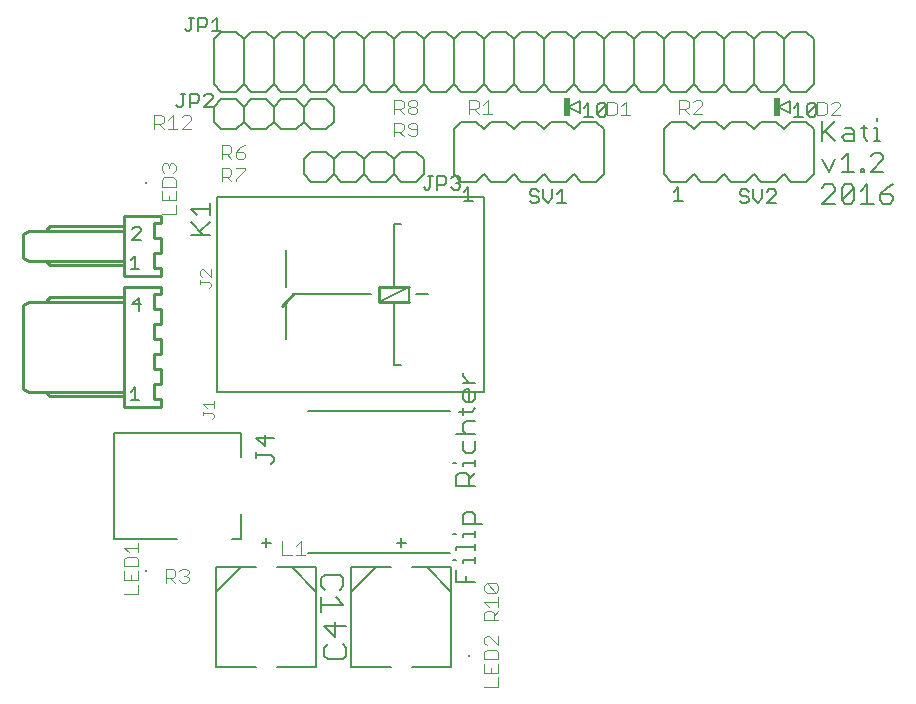
<source format=gbr>
G75*
%MOIN*%
%OFA0B0*%
%FSLAX25Y25*%
%IPPOS*%
%LPD*%
%AMOC8*
5,1,8,0,0,1.08239X$1,22.5*
%
%ADD10C,0.00600*%
%ADD11C,0.00800*%
%ADD12C,0.00500*%
%ADD13C,0.01000*%
%ADD14C,0.00700*%
%ADD15C,0.00400*%
%ADD16R,0.00787X0.00787*%
%ADD17R,0.02400X0.06200*%
D10*
X0065800Y0071734D02*
X0079000Y0071734D01*
X0086000Y0071734D02*
X0099200Y0071734D01*
X0099200Y0105134D01*
X0086000Y0105134D01*
X0090900Y0105134D02*
X0099200Y0096834D01*
X0110800Y0096834D02*
X0119100Y0105134D01*
X0110800Y0105134D01*
X0110800Y0071734D01*
X0124000Y0071734D01*
X0131000Y0071734D02*
X0144200Y0071734D01*
X0144200Y0105134D01*
X0131000Y0105134D01*
X0135900Y0105134D02*
X0144200Y0096834D01*
X0145795Y0099984D02*
X0145795Y0104254D01*
X0147930Y0106429D02*
X0147930Y0107497D01*
X0152200Y0107497D01*
X0152200Y0108564D02*
X0152200Y0106429D01*
X0152200Y0110726D02*
X0152200Y0112861D01*
X0152200Y0111794D02*
X0145795Y0111794D01*
X0145795Y0110726D01*
X0145795Y0107497D02*
X0144727Y0107497D01*
X0148997Y0102119D02*
X0148997Y0099984D01*
X0145795Y0099984D02*
X0152200Y0099984D01*
X0152200Y0115023D02*
X0152200Y0117158D01*
X0152200Y0116091D02*
X0147930Y0116091D01*
X0147930Y0115023D01*
X0145795Y0116091D02*
X0144727Y0116091D01*
X0147930Y0119320D02*
X0147930Y0122523D01*
X0148997Y0123590D01*
X0151132Y0123590D01*
X0152200Y0122523D01*
X0152200Y0119320D01*
X0154335Y0119320D02*
X0147930Y0119320D01*
X0150065Y0132211D02*
X0150065Y0135414D01*
X0148997Y0136481D01*
X0146862Y0136481D01*
X0145795Y0135414D01*
X0145795Y0132211D01*
X0152200Y0132211D01*
X0150065Y0134346D02*
X0152200Y0136481D01*
X0152200Y0138657D02*
X0152200Y0140792D01*
X0152200Y0139724D02*
X0147930Y0139724D01*
X0147930Y0138657D01*
X0145795Y0139724D02*
X0144727Y0139724D01*
X0148997Y0142954D02*
X0151132Y0142954D01*
X0152200Y0144021D01*
X0152200Y0147224D01*
X0152200Y0149399D02*
X0145795Y0149399D01*
X0147930Y0150467D02*
X0147930Y0152602D01*
X0148997Y0153669D01*
X0152200Y0153669D01*
X0151132Y0156912D02*
X0152200Y0157980D01*
X0151132Y0156912D02*
X0146862Y0156912D01*
X0147930Y0155845D02*
X0147930Y0157980D01*
X0148997Y0160142D02*
X0147930Y0161209D01*
X0147930Y0163344D01*
X0148997Y0164412D01*
X0150065Y0164412D01*
X0150065Y0160142D01*
X0151132Y0160142D02*
X0148997Y0160142D01*
X0151132Y0160142D02*
X0152200Y0161209D01*
X0152200Y0163344D01*
X0155000Y0163434D02*
X0155000Y0228434D01*
X0066000Y0228434D01*
X0066000Y0163434D01*
X0155000Y0163434D01*
X0152200Y0166587D02*
X0147930Y0166587D01*
X0150065Y0166587D02*
X0147930Y0168722D01*
X0147930Y0169790D01*
X0147930Y0150467D02*
X0148997Y0149399D01*
X0147930Y0147224D02*
X0147930Y0144021D01*
X0148997Y0142954D01*
X0127500Y0114634D02*
X0127500Y0111634D01*
X0129000Y0113134D02*
X0126000Y0113134D01*
X0124000Y0105134D02*
X0119100Y0105134D01*
X0084000Y0113134D02*
X0081000Y0113134D01*
X0082500Y0111634D02*
X0082500Y0114634D01*
X0079000Y0105134D02*
X0074100Y0105134D01*
X0065800Y0096834D01*
X0065800Y0105134D02*
X0065800Y0071734D01*
X0065800Y0105134D02*
X0074100Y0105134D01*
X0125000Y0172434D02*
X0125000Y0193434D01*
X0125000Y0198434D02*
X0125000Y0219434D01*
X0127500Y0219434D01*
X0127500Y0233434D02*
X0132500Y0233434D01*
X0135000Y0235934D01*
X0135000Y0240934D01*
X0132500Y0243434D01*
X0127500Y0243434D01*
X0125000Y0240934D01*
X0125000Y0235934D01*
X0127500Y0233434D01*
X0125000Y0235934D02*
X0122500Y0233434D01*
X0117500Y0233434D01*
X0115000Y0235934D01*
X0112500Y0233434D01*
X0107500Y0233434D01*
X0105000Y0235934D01*
X0102500Y0233434D01*
X0097500Y0233434D01*
X0095000Y0235934D01*
X0095000Y0240934D01*
X0097500Y0243434D01*
X0102500Y0243434D01*
X0105000Y0240934D01*
X0107500Y0243434D01*
X0112500Y0243434D01*
X0115000Y0240934D01*
X0115000Y0235934D01*
X0115000Y0240934D02*
X0117500Y0243434D01*
X0122500Y0243434D01*
X0125000Y0240934D01*
X0145000Y0235934D02*
X0147500Y0233434D01*
X0152500Y0233434D01*
X0155000Y0235934D01*
X0157500Y0233434D01*
X0162500Y0233434D01*
X0165000Y0235934D01*
X0167500Y0233434D01*
X0172500Y0233434D01*
X0175000Y0235934D01*
X0177500Y0233434D01*
X0182500Y0233434D01*
X0185000Y0235934D01*
X0187500Y0233434D01*
X0192500Y0233434D01*
X0195000Y0235934D01*
X0195000Y0250934D01*
X0192500Y0253434D01*
X0187500Y0253434D01*
X0185000Y0250934D01*
X0182500Y0253434D01*
X0177500Y0253434D01*
X0175000Y0250934D01*
X0172500Y0253434D01*
X0167500Y0253434D01*
X0165000Y0250934D01*
X0162500Y0253434D01*
X0157500Y0253434D01*
X0155000Y0250934D01*
X0152500Y0253434D01*
X0147500Y0253434D01*
X0145000Y0250934D01*
X0145000Y0235934D01*
X0142500Y0263434D02*
X0137500Y0263434D01*
X0135000Y0265934D01*
X0135000Y0280934D01*
X0137500Y0283434D01*
X0142500Y0283434D01*
X0145000Y0280934D01*
X0145000Y0265934D01*
X0142500Y0263434D01*
X0145000Y0265934D02*
X0147500Y0263434D01*
X0152500Y0263434D01*
X0155000Y0265934D01*
X0155000Y0280934D01*
X0157500Y0283434D01*
X0162500Y0283434D01*
X0165000Y0280934D01*
X0165000Y0265934D01*
X0162500Y0263434D01*
X0157500Y0263434D01*
X0155000Y0265934D01*
X0165000Y0265934D02*
X0167500Y0263434D01*
X0172500Y0263434D01*
X0175000Y0265934D01*
X0175000Y0280934D01*
X0177500Y0283434D01*
X0182500Y0283434D01*
X0185000Y0280934D01*
X0185000Y0265934D01*
X0182500Y0263434D01*
X0177500Y0263434D01*
X0175000Y0265934D01*
X0185000Y0265934D02*
X0187500Y0263434D01*
X0192500Y0263434D01*
X0195000Y0265934D01*
X0195000Y0280934D01*
X0197500Y0283434D01*
X0202500Y0283434D01*
X0205000Y0280934D01*
X0205000Y0265934D01*
X0202500Y0263434D01*
X0197500Y0263434D01*
X0195000Y0265934D01*
X0205000Y0265934D02*
X0207500Y0263434D01*
X0212500Y0263434D01*
X0215000Y0265934D01*
X0215000Y0280934D01*
X0217500Y0283434D01*
X0222500Y0283434D01*
X0225000Y0280934D01*
X0225000Y0265934D01*
X0222500Y0263434D01*
X0217500Y0263434D01*
X0215000Y0265934D01*
X0225000Y0265934D02*
X0227500Y0263434D01*
X0232500Y0263434D01*
X0235000Y0265934D01*
X0235000Y0280934D01*
X0237500Y0283434D01*
X0242500Y0283434D01*
X0245000Y0280934D01*
X0245000Y0265934D01*
X0242500Y0263434D01*
X0237500Y0263434D01*
X0235000Y0265934D01*
X0245000Y0265934D02*
X0247500Y0263434D01*
X0252500Y0263434D01*
X0255000Y0265934D01*
X0257500Y0263434D01*
X0262500Y0263434D01*
X0265000Y0265934D01*
X0265000Y0280934D01*
X0262500Y0283434D01*
X0257500Y0283434D01*
X0255000Y0280934D01*
X0255000Y0265934D01*
X0252500Y0253434D02*
X0247500Y0253434D01*
X0245000Y0250934D01*
X0242500Y0253434D01*
X0237500Y0253434D01*
X0235000Y0250934D01*
X0232500Y0253434D01*
X0227500Y0253434D01*
X0225000Y0250934D01*
X0222500Y0253434D01*
X0217500Y0253434D01*
X0215000Y0250934D01*
X0215000Y0235934D01*
X0217500Y0233434D01*
X0222500Y0233434D01*
X0225000Y0235934D01*
X0227500Y0233434D01*
X0232500Y0233434D01*
X0235000Y0235934D01*
X0237500Y0233434D01*
X0242500Y0233434D01*
X0245000Y0235934D01*
X0247500Y0233434D01*
X0252500Y0233434D01*
X0255000Y0235934D01*
X0257500Y0233434D01*
X0262500Y0233434D01*
X0265000Y0235934D01*
X0265000Y0250934D01*
X0262500Y0253434D01*
X0257500Y0253434D01*
X0255000Y0250934D01*
X0252500Y0253434D01*
X0267800Y0253639D02*
X0267800Y0247234D01*
X0267800Y0249369D02*
X0272070Y0253639D01*
X0275313Y0251504D02*
X0277448Y0251504D01*
X0278516Y0250436D01*
X0278516Y0247234D01*
X0275313Y0247234D01*
X0274245Y0248301D01*
X0275313Y0249369D01*
X0278516Y0249369D01*
X0280691Y0251504D02*
X0282826Y0251504D01*
X0281759Y0252571D02*
X0281759Y0248301D01*
X0282826Y0247234D01*
X0284988Y0247234D02*
X0287123Y0247234D01*
X0286056Y0247234D02*
X0286056Y0251504D01*
X0284988Y0251504D01*
X0286056Y0253639D02*
X0286056Y0254707D01*
X0287116Y0243139D02*
X0284981Y0243139D01*
X0283914Y0242071D01*
X0287116Y0243139D02*
X0288184Y0242071D01*
X0288184Y0241004D01*
X0283914Y0236734D01*
X0288184Y0236734D01*
X0291407Y0232639D02*
X0289272Y0231571D01*
X0287136Y0229436D01*
X0290339Y0229436D01*
X0291407Y0228369D01*
X0291407Y0227301D01*
X0290339Y0226234D01*
X0288204Y0226234D01*
X0287136Y0227301D01*
X0287136Y0229436D01*
X0284961Y0226234D02*
X0280691Y0226234D01*
X0282826Y0226234D02*
X0282826Y0232639D01*
X0280691Y0230504D01*
X0278516Y0231571D02*
X0278516Y0227301D01*
X0277448Y0226234D01*
X0275313Y0226234D01*
X0274245Y0227301D01*
X0278516Y0231571D01*
X0277448Y0232639D01*
X0275313Y0232639D01*
X0274245Y0231571D01*
X0274245Y0227301D01*
X0272070Y0226234D02*
X0267800Y0226234D01*
X0272070Y0230504D01*
X0272070Y0231571D01*
X0271003Y0232639D01*
X0268868Y0232639D01*
X0267800Y0231571D01*
X0269935Y0236734D02*
X0272070Y0241004D01*
X0274245Y0241004D02*
X0276381Y0243139D01*
X0276381Y0236734D01*
X0278516Y0236734D02*
X0274245Y0236734D01*
X0269935Y0236734D02*
X0267800Y0241004D01*
X0272070Y0247234D02*
X0268868Y0250436D01*
X0280691Y0237801D02*
X0281759Y0237801D01*
X0281759Y0236734D01*
X0280691Y0236734D01*
X0280691Y0237801D01*
X0255000Y0280934D02*
X0252500Y0283434D01*
X0247500Y0283434D01*
X0245000Y0280934D01*
X0235000Y0280934D02*
X0232500Y0283434D01*
X0227500Y0283434D01*
X0225000Y0280934D01*
X0215000Y0280934D02*
X0212500Y0283434D01*
X0207500Y0283434D01*
X0205000Y0280934D01*
X0195000Y0280934D02*
X0192500Y0283434D01*
X0187500Y0283434D01*
X0185000Y0280934D01*
X0175000Y0280934D02*
X0172500Y0283434D01*
X0167500Y0283434D01*
X0165000Y0280934D01*
X0155000Y0280934D02*
X0152500Y0283434D01*
X0147500Y0283434D01*
X0145000Y0280934D01*
X0135000Y0280934D02*
X0132500Y0283434D01*
X0127500Y0283434D01*
X0125000Y0280934D01*
X0125000Y0265934D01*
X0127500Y0263434D01*
X0132500Y0263434D01*
X0135000Y0265934D01*
X0125000Y0265934D02*
X0122500Y0263434D01*
X0117500Y0263434D01*
X0115000Y0265934D01*
X0115000Y0280934D01*
X0117500Y0283434D01*
X0122500Y0283434D01*
X0125000Y0280934D01*
X0115000Y0280934D02*
X0112500Y0283434D01*
X0107500Y0283434D01*
X0105000Y0280934D01*
X0105000Y0265934D01*
X0107500Y0263434D01*
X0112500Y0263434D01*
X0115000Y0265934D01*
X0105000Y0265934D02*
X0102500Y0263434D01*
X0097500Y0263434D01*
X0095000Y0265934D01*
X0095000Y0280934D01*
X0097500Y0283434D01*
X0102500Y0283434D01*
X0105000Y0280934D01*
X0095000Y0280934D02*
X0092500Y0283434D01*
X0087500Y0283434D01*
X0085000Y0280934D01*
X0085000Y0265934D01*
X0087500Y0263434D01*
X0092500Y0263434D01*
X0095000Y0265934D01*
X0092500Y0260934D02*
X0095000Y0258434D01*
X0097500Y0260934D01*
X0102500Y0260934D01*
X0105000Y0258434D01*
X0105000Y0253434D01*
X0102500Y0250934D01*
X0097500Y0250934D01*
X0095000Y0253434D01*
X0092500Y0250934D01*
X0087500Y0250934D01*
X0085000Y0253434D01*
X0082500Y0250934D01*
X0077500Y0250934D01*
X0075000Y0253434D01*
X0072500Y0250934D01*
X0067500Y0250934D01*
X0065000Y0253434D01*
X0065000Y0258434D01*
X0067500Y0260934D01*
X0072500Y0260934D01*
X0075000Y0258434D01*
X0077500Y0260934D01*
X0082500Y0260934D01*
X0085000Y0258434D01*
X0085000Y0253434D01*
X0085000Y0258434D02*
X0087500Y0260934D01*
X0092500Y0260934D01*
X0095000Y0258434D02*
X0095000Y0253434D01*
X0082500Y0263434D02*
X0085000Y0265934D01*
X0082500Y0263434D02*
X0077500Y0263434D01*
X0075000Y0265934D01*
X0075000Y0280934D01*
X0077500Y0283434D01*
X0082500Y0283434D01*
X0085000Y0280934D01*
X0075000Y0280934D02*
X0072500Y0283434D01*
X0067500Y0283434D01*
X0065000Y0280934D01*
X0065000Y0265934D01*
X0067500Y0263434D01*
X0072500Y0263434D01*
X0075000Y0265934D01*
X0075000Y0258434D02*
X0075000Y0253434D01*
X0105000Y0240934D02*
X0105000Y0235934D01*
X0089000Y0210734D02*
X0089000Y0198434D01*
X0091500Y0195934D02*
X0117500Y0195934D01*
X0120000Y0193434D02*
X0130000Y0198434D01*
X0130000Y0193434D01*
X0132500Y0195934D02*
X0136500Y0195934D01*
X0127500Y0172434D02*
X0125000Y0172434D01*
X0089000Y0181234D02*
X0089000Y0193434D01*
D11*
X0073937Y0149900D02*
X0073937Y0141632D01*
X0073937Y0149900D02*
X0031811Y0149900D01*
X0031811Y0114467D01*
X0052677Y0114467D01*
X0071181Y0114467D02*
X0073937Y0114467D01*
X0073937Y0122735D01*
X0100800Y0101299D02*
X0100800Y0098830D01*
X0102034Y0097596D01*
X0100800Y0094983D02*
X0100800Y0090046D01*
X0100800Y0092514D02*
X0108206Y0092514D01*
X0105738Y0094983D01*
X0106972Y0097596D02*
X0108206Y0098830D01*
X0108206Y0101299D01*
X0106972Y0102534D01*
X0102034Y0102534D01*
X0100800Y0101299D01*
X0105497Y0086822D02*
X0105497Y0081884D01*
X0101794Y0085587D01*
X0109200Y0085587D01*
X0107966Y0079271D02*
X0109200Y0078037D01*
X0109200Y0075568D01*
X0107966Y0074334D01*
X0103028Y0074334D01*
X0101794Y0075568D01*
X0101794Y0078037D01*
X0103028Y0079271D01*
X0186969Y0256465D02*
X0186969Y0260402D01*
X0183031Y0258434D01*
X0186969Y0256465D01*
X0253031Y0258434D02*
X0256969Y0256465D01*
X0256969Y0260402D01*
X0253031Y0258434D01*
D12*
X0258250Y0258186D02*
X0259751Y0259687D01*
X0259751Y0255184D01*
X0258250Y0255184D02*
X0261253Y0255184D01*
X0262854Y0255934D02*
X0262854Y0258937D01*
X0263605Y0259687D01*
X0265106Y0259687D01*
X0265856Y0258937D01*
X0262854Y0255934D01*
X0263605Y0255184D01*
X0265106Y0255184D01*
X0265856Y0255934D01*
X0265856Y0258937D01*
X0251710Y0230937D02*
X0250208Y0230937D01*
X0249458Y0230187D01*
X0247856Y0230937D02*
X0247856Y0227935D01*
X0246355Y0226434D01*
X0244854Y0227935D01*
X0244854Y0230937D01*
X0243253Y0230187D02*
X0242502Y0230937D01*
X0241001Y0230937D01*
X0240250Y0230187D01*
X0240250Y0229436D01*
X0241001Y0228685D01*
X0242502Y0228685D01*
X0243253Y0227935D01*
X0243253Y0227184D01*
X0242502Y0226434D01*
X0241001Y0226434D01*
X0240250Y0227184D01*
X0249458Y0226434D02*
X0252460Y0229436D01*
X0252460Y0230187D01*
X0251710Y0230937D01*
X0252460Y0226434D02*
X0249458Y0226434D01*
X0221253Y0227184D02*
X0218250Y0227184D01*
X0219751Y0227184D02*
X0219751Y0231687D01*
X0218250Y0230186D01*
X0195106Y0255184D02*
X0193605Y0255184D01*
X0192854Y0255934D01*
X0195856Y0258937D01*
X0195856Y0255934D01*
X0195106Y0255184D01*
X0192854Y0255934D02*
X0192854Y0258937D01*
X0193605Y0259687D01*
X0195106Y0259687D01*
X0195856Y0258937D01*
X0191253Y0255184D02*
X0188250Y0255184D01*
X0189751Y0255184D02*
X0189751Y0259687D01*
X0188250Y0258186D01*
X0180959Y0230937D02*
X0180959Y0226434D01*
X0179458Y0226434D02*
X0182460Y0226434D01*
X0179458Y0229436D02*
X0180959Y0230937D01*
X0177856Y0230937D02*
X0177856Y0227935D01*
X0176355Y0226434D01*
X0174854Y0227935D01*
X0174854Y0230937D01*
X0173253Y0230187D02*
X0172502Y0230937D01*
X0171001Y0230937D01*
X0170250Y0230187D01*
X0170250Y0229436D01*
X0171001Y0228685D01*
X0172502Y0228685D01*
X0173253Y0227935D01*
X0173253Y0227184D01*
X0172502Y0226434D01*
X0171001Y0226434D01*
X0170250Y0227184D01*
X0151253Y0227184D02*
X0148250Y0227184D01*
X0149751Y0227184D02*
X0149751Y0231687D01*
X0148250Y0230186D01*
X0147160Y0231634D02*
X0146410Y0230884D01*
X0144908Y0230884D01*
X0144158Y0231634D01*
X0145659Y0233135D02*
X0146410Y0233135D01*
X0147160Y0232385D01*
X0147160Y0231634D01*
X0146410Y0233135D02*
X0147160Y0233886D01*
X0147160Y0234637D01*
X0146410Y0235387D01*
X0144908Y0235387D01*
X0144158Y0234637D01*
X0142556Y0234637D02*
X0142556Y0233135D01*
X0141806Y0232385D01*
X0139554Y0232385D01*
X0139554Y0230884D02*
X0139554Y0235387D01*
X0141806Y0235387D01*
X0142556Y0234637D01*
X0137953Y0235387D02*
X0136451Y0235387D01*
X0137202Y0235387D02*
X0137202Y0231634D01*
X0136451Y0230884D01*
X0135701Y0230884D01*
X0134950Y0231634D01*
X0067460Y0283684D02*
X0064458Y0283684D01*
X0065959Y0283684D02*
X0065959Y0288187D01*
X0064458Y0286686D01*
X0062856Y0287437D02*
X0062856Y0285935D01*
X0062106Y0285185D01*
X0059854Y0285185D01*
X0059854Y0283684D02*
X0059854Y0288187D01*
X0062106Y0288187D01*
X0062856Y0287437D01*
X0058253Y0288187D02*
X0056751Y0288187D01*
X0057502Y0288187D02*
X0057502Y0284434D01*
X0056751Y0283684D01*
X0056001Y0283684D01*
X0055250Y0284434D01*
X0055453Y0262887D02*
X0053951Y0262887D01*
X0054702Y0262887D02*
X0054702Y0259134D01*
X0053951Y0258384D01*
X0053201Y0258384D01*
X0052450Y0259134D01*
X0057054Y0258384D02*
X0057054Y0262887D01*
X0059306Y0262887D01*
X0060056Y0262137D01*
X0060056Y0260635D01*
X0059306Y0259885D01*
X0057054Y0259885D01*
X0061658Y0258384D02*
X0064660Y0261386D01*
X0064660Y0262137D01*
X0063910Y0262887D01*
X0062408Y0262887D01*
X0061658Y0262137D01*
X0061658Y0258384D02*
X0064660Y0258384D01*
X0096378Y0157056D02*
X0143622Y0157056D01*
X0143622Y0109812D02*
X0096378Y0109812D01*
X0083916Y0139397D02*
X0084900Y0140382D01*
X0084900Y0141366D01*
X0083916Y0142350D01*
X0078995Y0142350D01*
X0078995Y0141366D02*
X0078995Y0143334D01*
X0081947Y0145291D02*
X0081947Y0149227D01*
X0078995Y0148243D02*
X0081947Y0145291D01*
X0078995Y0148243D02*
X0084900Y0148243D01*
D13*
X0047500Y0158434D02*
X0047500Y0160934D01*
X0045000Y0160934D01*
X0045000Y0165934D01*
X0047500Y0165934D01*
X0047500Y0170934D01*
X0045000Y0170934D01*
X0045000Y0175934D01*
X0047500Y0175934D01*
X0047500Y0180934D01*
X0045000Y0180934D01*
X0045000Y0185934D01*
X0047500Y0185934D01*
X0047500Y0190934D01*
X0045000Y0190934D01*
X0045000Y0195934D01*
X0047500Y0195934D01*
X0047500Y0198434D01*
X0035000Y0198434D01*
X0035000Y0194934D01*
X0010500Y0194934D01*
X0009100Y0193634D01*
X0003500Y0193434D02*
X0001500Y0192434D01*
X0001500Y0178234D01*
X0001500Y0178634D02*
X0001500Y0164434D01*
X0003500Y0163434D01*
X0035000Y0163434D01*
X0035000Y0158434D01*
X0047500Y0158434D01*
X0035000Y0161934D02*
X0010500Y0161934D01*
X0009100Y0163234D01*
X0035000Y0163434D02*
X0035000Y0194934D01*
X0035000Y0193434D02*
X0003500Y0193434D01*
X0003500Y0207184D02*
X0001500Y0208184D01*
X0001500Y0212384D01*
X0001500Y0211984D01*
X0001500Y0212384D02*
X0001500Y0216184D01*
X0003500Y0217184D01*
X0035000Y0217184D01*
X0035000Y0218684D02*
X0010500Y0218684D01*
X0009100Y0217384D01*
X0009100Y0206984D02*
X0010500Y0205684D01*
X0035000Y0205684D01*
X0035000Y0207184D02*
X0003500Y0207184D01*
X0035000Y0207184D02*
X0035000Y0202184D01*
X0047500Y0202184D01*
X0047500Y0204684D01*
X0045000Y0204684D01*
X0045000Y0209684D01*
X0047500Y0209684D01*
X0047500Y0214684D01*
X0045000Y0214684D01*
X0045000Y0219684D01*
X0047500Y0219684D01*
X0047500Y0222184D01*
X0035000Y0222184D01*
X0035000Y0218684D01*
X0035000Y0207184D01*
X0087700Y0192234D02*
X0089000Y0193434D01*
X0091500Y0195934D01*
X0120000Y0198434D02*
X0120000Y0193434D01*
X0125000Y0193434D01*
X0130000Y0193434D01*
X0130000Y0198434D02*
X0125000Y0198434D01*
X0120000Y0198434D01*
D14*
X0063650Y0215893D02*
X0057345Y0215893D01*
X0060497Y0216943D02*
X0063650Y0220096D01*
X0063650Y0222338D02*
X0063650Y0226542D01*
X0063650Y0224440D02*
X0057345Y0224440D01*
X0059446Y0222338D01*
X0057345Y0220096D02*
X0061548Y0215893D01*
X0040721Y0217109D02*
X0040721Y0217826D01*
X0040004Y0218543D01*
X0038569Y0218543D01*
X0037852Y0217826D01*
X0040721Y0217109D02*
X0037852Y0214239D01*
X0040721Y0214239D01*
X0038787Y0208743D02*
X0038787Y0204439D01*
X0040221Y0204439D02*
X0037352Y0204439D01*
X0037352Y0207309D02*
X0038787Y0208743D01*
X0040004Y0194793D02*
X0037852Y0192641D01*
X0040721Y0192641D01*
X0040004Y0190489D02*
X0040004Y0194793D01*
X0038787Y0164993D02*
X0038787Y0160689D01*
X0040221Y0160689D02*
X0037352Y0160689D01*
X0037352Y0163559D02*
X0038787Y0164993D01*
D15*
X0061553Y0159374D02*
X0065156Y0159374D01*
X0065156Y0158173D02*
X0065156Y0160575D01*
X0062754Y0158173D02*
X0061553Y0159374D01*
X0061553Y0156891D02*
X0061553Y0155690D01*
X0061553Y0156291D02*
X0064555Y0156291D01*
X0065156Y0155690D01*
X0065156Y0155090D01*
X0064555Y0154489D01*
X0087857Y0113769D02*
X0087857Y0109165D01*
X0090927Y0109165D01*
X0092461Y0109165D02*
X0095531Y0109165D01*
X0093996Y0109165D02*
X0093996Y0113769D01*
X0092461Y0112234D01*
X0056623Y0103720D02*
X0056623Y0102953D01*
X0055856Y0102186D01*
X0056623Y0101418D01*
X0056623Y0100651D01*
X0055856Y0099884D01*
X0054321Y0099884D01*
X0053554Y0100651D01*
X0052019Y0099884D02*
X0050485Y0101418D01*
X0051252Y0101418D02*
X0048950Y0101418D01*
X0048950Y0099884D02*
X0048950Y0104487D01*
X0051252Y0104487D01*
X0052019Y0103720D01*
X0052019Y0102186D01*
X0051252Y0101418D01*
X0053554Y0103720D02*
X0054321Y0104487D01*
X0055856Y0104487D01*
X0056623Y0103720D01*
X0055856Y0102186D02*
X0055089Y0102186D01*
X0039800Y0100737D02*
X0039800Y0103807D01*
X0039800Y0105341D02*
X0039800Y0107643D01*
X0039033Y0108411D01*
X0035963Y0108411D01*
X0035196Y0107643D01*
X0035196Y0105341D01*
X0039800Y0105341D01*
X0037498Y0102272D02*
X0037498Y0100737D01*
X0035196Y0100737D02*
X0035196Y0103807D01*
X0035196Y0100737D02*
X0039800Y0100737D01*
X0039800Y0099203D02*
X0039800Y0096134D01*
X0035196Y0096134D01*
X0036731Y0109945D02*
X0035196Y0111480D01*
X0039800Y0111480D01*
X0039800Y0109945D02*
X0039800Y0113015D01*
X0063305Y0198239D02*
X0063906Y0198840D01*
X0063906Y0199440D01*
X0063305Y0200041D01*
X0060303Y0200041D01*
X0060303Y0200641D02*
X0060303Y0199440D01*
X0060903Y0201923D02*
X0060303Y0202523D01*
X0060303Y0203724D01*
X0060903Y0204325D01*
X0061504Y0204325D01*
X0063906Y0201923D01*
X0063906Y0204325D01*
X0052300Y0222718D02*
X0047696Y0222718D01*
X0047696Y0227322D02*
X0052300Y0227322D01*
X0052300Y0230391D01*
X0052300Y0231926D02*
X0052300Y0234228D01*
X0051533Y0234995D01*
X0048463Y0234995D01*
X0047696Y0234228D01*
X0047696Y0231926D01*
X0052300Y0231926D01*
X0049998Y0228856D02*
X0049998Y0227322D01*
X0047696Y0227322D02*
X0047696Y0230391D01*
X0048463Y0236530D02*
X0047696Y0237297D01*
X0047696Y0238832D01*
X0048463Y0239599D01*
X0049231Y0239599D01*
X0049998Y0238832D01*
X0050765Y0239599D01*
X0051533Y0239599D01*
X0052300Y0238832D01*
X0052300Y0237297D01*
X0051533Y0236530D01*
X0049998Y0238064D02*
X0049998Y0238832D01*
X0049804Y0251134D02*
X0052873Y0251134D01*
X0051339Y0251134D02*
X0051339Y0255737D01*
X0049804Y0254203D01*
X0048269Y0254970D02*
X0048269Y0253436D01*
X0047502Y0252668D01*
X0045200Y0252668D01*
X0045200Y0251134D02*
X0045200Y0255737D01*
X0047502Y0255737D01*
X0048269Y0254970D01*
X0046735Y0252668D02*
X0048269Y0251134D01*
X0054408Y0251134D02*
X0057477Y0254203D01*
X0057477Y0254970D01*
X0056710Y0255737D01*
X0055175Y0255737D01*
X0054408Y0254970D01*
X0054408Y0251134D02*
X0057477Y0251134D01*
X0067700Y0245737D02*
X0067700Y0241134D01*
X0067700Y0242668D02*
X0070002Y0242668D01*
X0070769Y0243436D01*
X0070769Y0244970D01*
X0070002Y0245737D01*
X0067700Y0245737D01*
X0069235Y0242668D02*
X0070769Y0241134D01*
X0072304Y0241901D02*
X0073071Y0241134D01*
X0074606Y0241134D01*
X0075373Y0241901D01*
X0075373Y0242668D01*
X0074606Y0243436D01*
X0072304Y0243436D01*
X0072304Y0241901D01*
X0072304Y0243436D02*
X0073839Y0244970D01*
X0075373Y0245737D01*
X0075373Y0238237D02*
X0072304Y0238237D01*
X0070769Y0237470D02*
X0070769Y0235936D01*
X0070002Y0235168D01*
X0067700Y0235168D01*
X0067700Y0233634D02*
X0067700Y0238237D01*
X0070002Y0238237D01*
X0070769Y0237470D01*
X0069235Y0235168D02*
X0070769Y0233634D01*
X0072304Y0233634D02*
X0072304Y0234401D01*
X0075373Y0237470D01*
X0075373Y0238237D01*
X0052300Y0225787D02*
X0052300Y0222718D01*
X0125200Y0248634D02*
X0125200Y0253237D01*
X0127502Y0253237D01*
X0128269Y0252470D01*
X0128269Y0250936D01*
X0127502Y0250168D01*
X0125200Y0250168D01*
X0126735Y0250168D02*
X0128269Y0248634D01*
X0129804Y0249401D02*
X0130571Y0248634D01*
X0132106Y0248634D01*
X0132873Y0249401D01*
X0132873Y0252470D01*
X0132106Y0253237D01*
X0130571Y0253237D01*
X0129804Y0252470D01*
X0129804Y0251703D01*
X0130571Y0250936D01*
X0132873Y0250936D01*
X0132106Y0256134D02*
X0130571Y0256134D01*
X0129804Y0256901D01*
X0129804Y0257668D01*
X0130571Y0258436D01*
X0132106Y0258436D01*
X0132873Y0257668D01*
X0132873Y0256901D01*
X0132106Y0256134D01*
X0132106Y0258436D02*
X0132873Y0259203D01*
X0132873Y0259970D01*
X0132106Y0260737D01*
X0130571Y0260737D01*
X0129804Y0259970D01*
X0129804Y0259203D01*
X0130571Y0258436D01*
X0128269Y0258436D02*
X0127502Y0257668D01*
X0125200Y0257668D01*
X0125200Y0256134D02*
X0125200Y0260737D01*
X0127502Y0260737D01*
X0128269Y0259970D01*
X0128269Y0258436D01*
X0126735Y0257668D02*
X0128269Y0256134D01*
X0150200Y0256134D02*
X0150200Y0260737D01*
X0152502Y0260737D01*
X0153269Y0259970D01*
X0153269Y0258436D01*
X0152502Y0257668D01*
X0150200Y0257668D01*
X0151735Y0257668D02*
X0153269Y0256134D01*
X0154804Y0256134D02*
X0157873Y0256134D01*
X0156339Y0256134D02*
X0156339Y0260737D01*
X0154804Y0259203D01*
X0196200Y0260237D02*
X0196200Y0255634D01*
X0198502Y0255634D01*
X0199269Y0256401D01*
X0199269Y0259470D01*
X0198502Y0260237D01*
X0196200Y0260237D01*
X0200804Y0258703D02*
X0202339Y0260237D01*
X0202339Y0255634D01*
X0203873Y0255634D02*
X0200804Y0255634D01*
X0220200Y0256134D02*
X0220200Y0260737D01*
X0222502Y0260737D01*
X0223269Y0259970D01*
X0223269Y0258436D01*
X0222502Y0257668D01*
X0220200Y0257668D01*
X0221735Y0257668D02*
X0223269Y0256134D01*
X0224804Y0256134D02*
X0227873Y0259203D01*
X0227873Y0259970D01*
X0227106Y0260737D01*
X0225571Y0260737D01*
X0224804Y0259970D01*
X0224804Y0256134D02*
X0227873Y0256134D01*
X0266200Y0255634D02*
X0268502Y0255634D01*
X0269269Y0256401D01*
X0269269Y0259470D01*
X0268502Y0260237D01*
X0266200Y0260237D01*
X0266200Y0255634D01*
X0270804Y0255634D02*
X0273873Y0258703D01*
X0273873Y0259470D01*
X0273106Y0260237D01*
X0271571Y0260237D01*
X0270804Y0259470D01*
X0270804Y0255634D02*
X0273873Y0255634D01*
X0159033Y0099599D02*
X0155963Y0099599D01*
X0159033Y0096530D01*
X0159800Y0097297D01*
X0159800Y0098832D01*
X0159033Y0099599D01*
X0155963Y0099599D02*
X0155196Y0098832D01*
X0155196Y0097297D01*
X0155963Y0096530D01*
X0159033Y0096530D01*
X0159800Y0094995D02*
X0159800Y0091926D01*
X0159800Y0093460D02*
X0155196Y0093460D01*
X0156731Y0091926D01*
X0157498Y0090391D02*
X0158265Y0089624D01*
X0158265Y0087322D01*
X0158265Y0088856D02*
X0159800Y0090391D01*
X0157498Y0090391D02*
X0155963Y0090391D01*
X0155196Y0089624D01*
X0155196Y0087322D01*
X0159800Y0087322D01*
X0159800Y0082099D02*
X0159800Y0079030D01*
X0156731Y0082099D01*
X0155963Y0082099D01*
X0155196Y0081332D01*
X0155196Y0079797D01*
X0155963Y0079030D01*
X0155963Y0077495D02*
X0155196Y0076728D01*
X0155196Y0074426D01*
X0159800Y0074426D01*
X0159800Y0076728D01*
X0159033Y0077495D01*
X0155963Y0077495D01*
X0155196Y0072891D02*
X0155196Y0069822D01*
X0159800Y0069822D01*
X0159800Y0072891D01*
X0157498Y0071356D02*
X0157498Y0069822D01*
X0159800Y0068287D02*
X0159800Y0065218D01*
X0155196Y0065218D01*
D16*
X0150000Y0075540D03*
X0042500Y0103827D03*
X0042500Y0233040D03*
D17*
X0182800Y0258434D03*
X0252800Y0258434D03*
M02*

</source>
